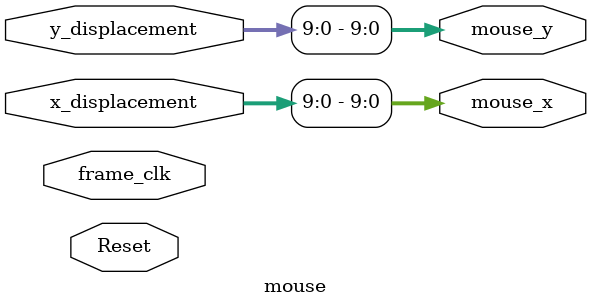
<source format=sv>
`define VGA_X_MAX	640
`define VGA_Y_MAX 480

module mouse(
input logic Reset, frame_clk, 
input logic [15:0] x_displacement, y_displacement,		//signals passed in will always be positive position that is within screen bounds
output logic [9:0] mouse_x, mouse_y
);
logic [15:0] mouse_x_pos, mouse_y_pos;
//the center of the chess board is (320, 240)
parameter [9:0] mouse_x_center = 320;
parameter [9:0] mouse_y_center = 240;
parameter [9:0] mouse_x_min = 0; 		//	7 
parameter [9:0] mouse_x_max = 640 - 16;			// 632
parameter [9:0] mouse_y_min = 0;		// 7
parameter [9:0] mouse_y_max = 480 - 16; 			// 472 

always_ff @ (posedge Reset or posedge frame_clk) 
begin
		if (Reset) begin
			mouse_y_pos <= mouse_y_center;
			mouse_x_pos <= mouse_x_center;
		end
end

assign mouse_x = x_displacement[9:0];
assign mouse_y = y_displacement[9:0];

endmodule
				
</source>
